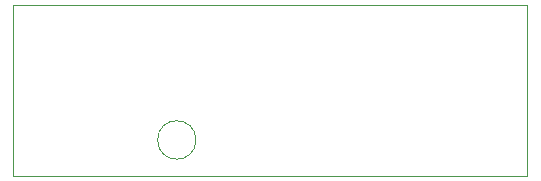
<source format=gbr>
G04 #@! TF.GenerationSoftware,KiCad,Pcbnew,(5.1.10-1-10_14)*
G04 #@! TF.CreationDate,2021-10-22T15:14:23-04:00*
G04 #@! TF.ProjectId,VGA2RT5X,56474132-5254-4355-982e-6b696361645f,1*
G04 #@! TF.SameCoordinates,Original*
G04 #@! TF.FileFunction,Profile,NP*
%FSLAX46Y46*%
G04 Gerber Fmt 4.6, Leading zero omitted, Abs format (unit mm)*
G04 Created by KiCad (PCBNEW (5.1.10-1-10_14)) date 2021-10-22 15:14:23*
%MOMM*%
%LPD*%
G01*
G04 APERTURE LIST*
G04 #@! TA.AperFunction,Profile*
%ADD10C,0.100000*%
G04 #@! TD*
G04 APERTURE END LIST*
D10*
X115400000Y-107630000D02*
X115400000Y-93150000D01*
X158920000Y-107630000D02*
X115400000Y-107630000D01*
X158920000Y-93150000D02*
X158920000Y-107630000D01*
X115400000Y-93150000D02*
X158920000Y-93150000D01*
X130850000Y-104570000D02*
G75*
G03*
X130850000Y-104570000I-1626407J0D01*
G01*
M02*

</source>
